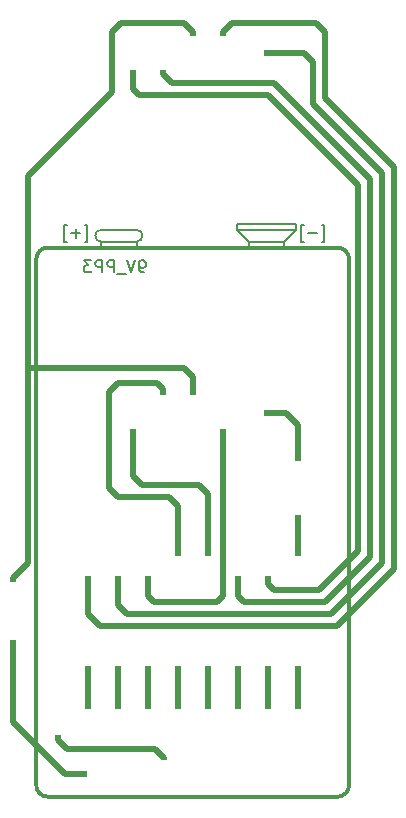
<source format=gbo>
G04 #@! TF.FileFunction,Legend,Bot*
%FSLAX46Y46*%
G04 Gerber Fmt 4.6, Leading zero omitted, Abs format (unit mm)*
G04 Created by KiCad (PCBNEW 4.0.7-e2-6376~58~ubuntu16.04.1) date Sun Sep 17 18:19:01 2017*
%MOMM*%
%LPD*%
G01*
G04 APERTURE LIST*
%ADD10C,0.050800*%
%ADD11C,0.508000*%
%ADD12C,0.150000*%
%ADD13C,0.300000*%
%ADD14C,0.152400*%
%ADD15C,2.400000*%
%ADD16O,1.924000X2.940000*%
%ADD17C,2.076400*%
%ADD18C,7.400000*%
%ADD19R,1.797000X1.797000*%
%ADD20C,1.797000*%
%ADD21R,2.432000X2.432000*%
%ADD22O,2.432000X2.432000*%
%ADD23R,2.200000X2.200000*%
%ADD24C,2.200000*%
%ADD25C,2.178000*%
G04 APERTURE END LIST*
D10*
D11*
X111760000Y-80772000D02*
X110998000Y-80010000D01*
X111760000Y-84328000D02*
X111760000Y-80772000D01*
X116586000Y-122682000D02*
X112776000Y-126492000D01*
X116586000Y-90678000D02*
X116586000Y-122682000D01*
X115570000Y-122174000D02*
X115570000Y-91186000D01*
X112268000Y-125476000D02*
X115570000Y-122174000D01*
X94488000Y-108712000D02*
X95250000Y-107950000D01*
X94488000Y-116840000D02*
X94488000Y-108712000D01*
X95250000Y-117602000D02*
X94488000Y-116840000D01*
X100838000Y-106680000D02*
X87630000Y-106680000D01*
X101600000Y-107442000D02*
X100838000Y-106680000D01*
X101600000Y-110490000D02*
X101600000Y-107442000D01*
X86360000Y-124460000D02*
X86360000Y-125984000D01*
X87630000Y-123190000D02*
X86360000Y-124460000D01*
X87630000Y-90424000D02*
X87630000Y-123190000D01*
X94742000Y-83312000D02*
X87630000Y-90424000D01*
X94742000Y-78232000D02*
X94742000Y-83312000D01*
X95504000Y-77470000D02*
X94742000Y-78232000D01*
X100838000Y-77470000D02*
X95504000Y-77470000D01*
X101600000Y-78232000D02*
X100838000Y-77470000D01*
X101600000Y-80010000D02*
X101600000Y-78232000D01*
X109474000Y-110490000D02*
X106680000Y-110490000D01*
X110490000Y-111506000D02*
X109474000Y-110490000D01*
X110490000Y-115570000D02*
X110490000Y-111506000D01*
X110490000Y-123444000D02*
X110490000Y-118110000D01*
X97028000Y-83566000D02*
X96520000Y-83058000D01*
X96520000Y-83058000D02*
X96520000Y-80010000D01*
X107950000Y-83566000D02*
X97028000Y-83566000D01*
X115570000Y-91186000D02*
X107950000Y-83566000D01*
X108458000Y-82550000D02*
X99822000Y-82550000D01*
X116586000Y-90678000D02*
X108458000Y-82550000D01*
X105918000Y-126492000D02*
X112776000Y-126492000D01*
X108458000Y-125476000D02*
X107950000Y-124968000D01*
X107950000Y-123444000D02*
X107950000Y-124968000D01*
X99060000Y-81788000D02*
X99060000Y-80010000D01*
X99822000Y-82550000D02*
X99060000Y-81788000D01*
X99568000Y-117602000D02*
X95250000Y-117602000D01*
X105410000Y-123444000D02*
X105410000Y-125984000D01*
X96520000Y-115824000D02*
X96520000Y-110490000D01*
X97282000Y-116586000D02*
X96520000Y-115824000D01*
X102108000Y-116586000D02*
X97282000Y-116586000D01*
X99060000Y-108458000D02*
X98552000Y-107950000D01*
X98552000Y-107950000D02*
X95250000Y-107950000D01*
X102870000Y-117348000D02*
X102108000Y-116586000D01*
X102870000Y-123444000D02*
X102870000Y-117348000D01*
X99060000Y-108458000D02*
X99060000Y-110490000D01*
X100330000Y-118364000D02*
X99568000Y-117602000D01*
X100330000Y-123444000D02*
X100330000Y-118364000D01*
X104140000Y-125984000D02*
X104140000Y-110490000D01*
X105918000Y-126492000D02*
X105410000Y-125984000D01*
X108458000Y-125476000D02*
X112268000Y-125476000D01*
X103632000Y-126492000D02*
X104140000Y-125984000D01*
X98298000Y-126492000D02*
X103632000Y-126492000D01*
X97790000Y-125984000D02*
X98298000Y-126492000D01*
X97790000Y-123444000D02*
X97790000Y-125984000D01*
X95250000Y-126746000D02*
X95250000Y-123444000D01*
X96012000Y-127508000D02*
X95250000Y-126746000D01*
X113284000Y-127508000D02*
X96012000Y-127508000D01*
X117602000Y-123190000D02*
X113284000Y-127508000D01*
X117602000Y-90170000D02*
X117602000Y-123190000D01*
X111760000Y-84328000D02*
X117602000Y-90170000D01*
X106680000Y-80010000D02*
X110998000Y-80010000D01*
X104140000Y-78232000D02*
X104140000Y-80010000D01*
X104902000Y-77470000D02*
X104140000Y-78232000D01*
X112014000Y-77470000D02*
X104902000Y-77470000D01*
X112776000Y-78232000D02*
X112014000Y-77470000D01*
X112776000Y-83820000D02*
X112776000Y-78232000D01*
X118618000Y-89662000D02*
X112776000Y-83820000D01*
X118618000Y-123698000D02*
X118618000Y-89662000D01*
X113792000Y-128524000D02*
X118618000Y-123698000D01*
X93726000Y-128524000D02*
X113792000Y-128524000D01*
X92710000Y-127508000D02*
X93726000Y-128524000D01*
X92710000Y-123444000D02*
X92710000Y-127508000D01*
X110490000Y-136652000D02*
X110490000Y-131064000D01*
X107950000Y-136652000D02*
X107950000Y-131064000D01*
X105410000Y-136652000D02*
X105410000Y-131064000D01*
X102870000Y-136652000D02*
X102870000Y-131064000D01*
X100330000Y-136652000D02*
X100330000Y-131064000D01*
X97790000Y-136652000D02*
X97790000Y-131064000D01*
X95250000Y-136652000D02*
X95250000Y-131064000D01*
X92710000Y-136652000D02*
X92710000Y-131191000D01*
X90170000Y-138176000D02*
X90170000Y-136652000D01*
X90932000Y-138938000D02*
X90170000Y-138176000D01*
X98425000Y-138938000D02*
X90932000Y-138938000D01*
X99187000Y-139700000D02*
X98425000Y-138938000D01*
X99187000Y-141097000D02*
X99187000Y-139700000D01*
X86360000Y-136652000D02*
X86360000Y-128651000D01*
X90805000Y-141097000D02*
X86360000Y-136652000D01*
X93853000Y-141097000D02*
X90805000Y-141097000D01*
D12*
X110350000Y-94520000D02*
X110350000Y-95020000D01*
X105350000Y-94520000D02*
X110350000Y-94520000D01*
X105350000Y-95020000D02*
X105350000Y-94520000D01*
X110350000Y-95020000D02*
X105350000Y-95020000D01*
X109350000Y-96020000D02*
X110350000Y-95020000D01*
X105350000Y-95020000D02*
X106350000Y-96020000D01*
X106350000Y-96020000D02*
X106350000Y-96520000D01*
X109350000Y-96020000D02*
X106350000Y-96020000D01*
X109350000Y-96520000D02*
X109350000Y-96020000D01*
X93850000Y-96020000D02*
G75*
G02X93850000Y-95020000I0J500000D01*
G01*
X96850000Y-95020000D02*
G75*
G02X96850000Y-96020000I0J-500000D01*
G01*
X93850000Y-95020000D02*
X96850000Y-95020000D01*
X93850000Y-96020000D02*
X93850000Y-96520000D01*
X95350000Y-96020000D02*
X93850000Y-96020000D01*
X96850000Y-96020000D02*
X96850000Y-96520000D01*
X95350000Y-96020000D02*
X96850000Y-96020000D01*
D13*
X114850000Y-142020000D02*
G75*
G02X113850000Y-143020000I-1000000J0D01*
G01*
X89350000Y-143020000D02*
G75*
G02X88350000Y-142020000I0J1000000D01*
G01*
X88350000Y-97520000D02*
G75*
G02X89350000Y-96520000I1000000J0D01*
G01*
X113850000Y-96520000D02*
G75*
G02X114850000Y-97520000I0J-1000000D01*
G01*
X114850000Y-142020000D02*
X114850000Y-97520000D01*
X89350000Y-143020000D02*
X113850000Y-143020000D01*
X88350000Y-97520000D02*
X88350000Y-142020000D01*
X113850000Y-96520000D02*
X89350000Y-96520000D01*
D14*
X97511809Y-98630619D02*
X97318285Y-98630619D01*
X97221524Y-98582238D01*
X97173143Y-98533857D01*
X97076381Y-98388714D01*
X97028000Y-98195190D01*
X97028000Y-97808143D01*
X97076381Y-97711381D01*
X97124762Y-97663000D01*
X97221524Y-97614619D01*
X97415047Y-97614619D01*
X97511809Y-97663000D01*
X97560190Y-97711381D01*
X97608571Y-97808143D01*
X97608571Y-98050048D01*
X97560190Y-98146810D01*
X97511809Y-98195190D01*
X97415047Y-98243571D01*
X97221524Y-98243571D01*
X97124762Y-98195190D01*
X97076381Y-98146810D01*
X97028000Y-98050048D01*
X96737714Y-97614619D02*
X96399047Y-98630619D01*
X96060381Y-97614619D01*
X95963619Y-98727381D02*
X95189524Y-98727381D01*
X94947619Y-98630619D02*
X94947619Y-97614619D01*
X94560572Y-97614619D01*
X94463810Y-97663000D01*
X94415429Y-97711381D01*
X94367048Y-97808143D01*
X94367048Y-97953286D01*
X94415429Y-98050048D01*
X94463810Y-98098429D01*
X94560572Y-98146810D01*
X94947619Y-98146810D01*
X93931619Y-98630619D02*
X93931619Y-97614619D01*
X93544572Y-97614619D01*
X93447810Y-97663000D01*
X93399429Y-97711381D01*
X93351048Y-97808143D01*
X93351048Y-97953286D01*
X93399429Y-98050048D01*
X93447810Y-98098429D01*
X93544572Y-98146810D01*
X93931619Y-98146810D01*
X93012381Y-97614619D02*
X92383429Y-97614619D01*
X92722095Y-98001667D01*
X92576953Y-98001667D01*
X92480191Y-98050048D01*
X92431810Y-98098429D01*
X92383429Y-98195190D01*
X92383429Y-98437095D01*
X92431810Y-98533857D01*
X92480191Y-98582238D01*
X92576953Y-98630619D01*
X92867238Y-98630619D01*
X92964000Y-98582238D01*
X93012381Y-98533857D01*
D12*
X92455904Y-96035714D02*
X92694000Y-96035714D01*
X92694000Y-94607143D01*
X92455904Y-94607143D01*
X92074952Y-95321429D02*
X91313047Y-95321429D01*
X91693999Y-95702381D02*
X91693999Y-94940476D01*
X90932095Y-96035714D02*
X90694000Y-96035714D01*
X90694000Y-94607143D01*
X90932095Y-94607143D01*
X112521904Y-96035714D02*
X112760000Y-96035714D01*
X112760000Y-94607143D01*
X112521904Y-94607143D01*
X112140952Y-95321429D02*
X111379047Y-95321429D01*
X110998095Y-96035714D02*
X110760000Y-96035714D01*
X110760000Y-94607143D01*
X110998095Y-94607143D01*
%LPC*%
D15*
X93870000Y-141074000D03*
X99170000Y-141074000D03*
D16*
X96520000Y-110451900D03*
X99060000Y-110451900D03*
X101600000Y-110451900D03*
X104140000Y-110451900D03*
X106680000Y-110451900D03*
X106680000Y-80048100D03*
X104140000Y-80048100D03*
X101600000Y-80048100D03*
X99060000Y-80048100D03*
X96520000Y-80048100D03*
D17*
X110490000Y-115570000D03*
X110490000Y-118110000D03*
D18*
X118110000Y-81280000D03*
X85090000Y-81280000D03*
X118110000Y-149860000D03*
X85090000Y-149860000D03*
D19*
X92710000Y-131064000D03*
D20*
X95250000Y-131064000D03*
X97790000Y-131064000D03*
X100330000Y-131064000D03*
X102870000Y-131064000D03*
X105410000Y-131064000D03*
X107950000Y-131064000D03*
X110490000Y-131064000D03*
X110490000Y-123444000D03*
X107950000Y-123444000D03*
X105410000Y-123444000D03*
X102870000Y-123444000D03*
X100330000Y-123444000D03*
X97790000Y-123444000D03*
X95250000Y-123444000D03*
X92710000Y-123444000D03*
D21*
X86360000Y-128524000D03*
D22*
X86360000Y-125984000D03*
D23*
X90170000Y-136652000D03*
D24*
X92710000Y-136652000D03*
X95250000Y-136652000D03*
X97790000Y-136652000D03*
X100330000Y-136652000D03*
X102870000Y-136652000D03*
X105410000Y-136652000D03*
X107950000Y-136652000D03*
X110490000Y-136652000D03*
X94020000Y-150074000D03*
X94020000Y-145074000D03*
X99020000Y-150074000D03*
X99020000Y-145074000D03*
D25*
X91694000Y-144780000D03*
X96774000Y-144780000D03*
X96774000Y-152400000D03*
X94234000Y-152400000D03*
X91694000Y-152400000D03*
M02*

</source>
